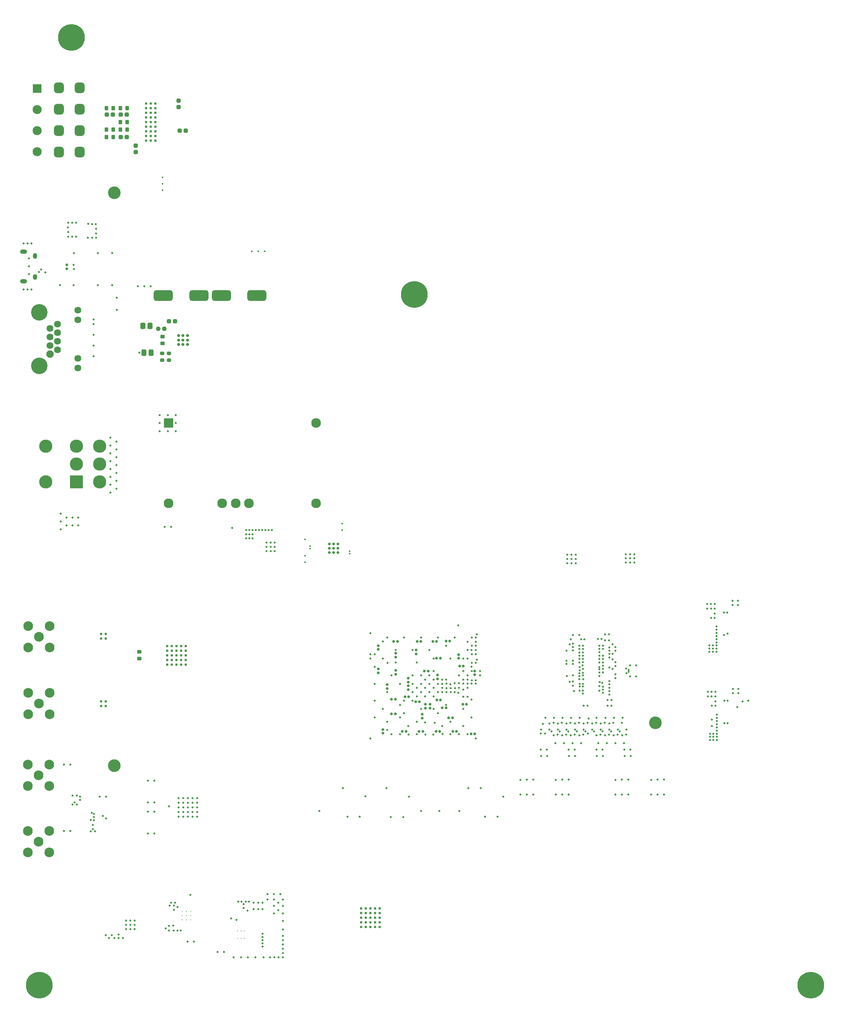
<source format=gbs>
G04*
G04 #@! TF.GenerationSoftware,Altium Limited,Altium Designer,23.4.1 (23)*
G04*
G04 Layer_Color=16711935*
%FSLAX44Y44*%
%MOMM*%
G71*
G04*
G04 #@! TF.SameCoordinates,CF21992F-A9CA-4C5A-8A3B-549160C445C6*
G04*
G04*
G04 #@! TF.FilePolarity,Negative*
G04*
G01*
G75*
%ADD91C,3.0000*%
G04:AMPARAMS|DCode=93|XSize=0.6096mm|YSize=0.6096mm|CornerRadius=0.2032mm|HoleSize=0mm|Usage=FLASHONLY|Rotation=180.000|XOffset=0mm|YOffset=0mm|HoleType=Round|Shape=RoundedRectangle|*
%AMROUNDEDRECTD93*
21,1,0.6096,0.2032,0,0,180.0*
21,1,0.2032,0.6096,0,0,180.0*
1,1,0.4064,-0.1016,0.1016*
1,1,0.4064,0.1016,0.1016*
1,1,0.4064,0.1016,-0.1016*
1,1,0.4064,-0.1016,-0.1016*
%
%ADD93ROUNDEDRECTD93*%
G04:AMPARAMS|DCode=94|XSize=0.6096mm|YSize=0.6096mm|CornerRadius=0.2032mm|HoleSize=0mm|Usage=FLASHONLY|Rotation=270.000|XOffset=0mm|YOffset=0mm|HoleType=Round|Shape=RoundedRectangle|*
%AMROUNDEDRECTD94*
21,1,0.6096,0.2032,0,0,270.0*
21,1,0.2032,0.6096,0,0,270.0*
1,1,0.4064,-0.1016,-0.1016*
1,1,0.4064,-0.1016,0.1016*
1,1,0.4064,0.1016,0.1016*
1,1,0.4064,0.1016,-0.1016*
%
%ADD94ROUNDEDRECTD94*%
G04:AMPARAMS|DCode=96|XSize=0.9906mm|YSize=0.889mm|CornerRadius=0.2043mm|HoleSize=0mm|Usage=FLASHONLY|Rotation=0.000|XOffset=0mm|YOffset=0mm|HoleType=Round|Shape=RoundedRectangle|*
%AMROUNDEDRECTD96*
21,1,0.9906,0.4803,0,0,0.0*
21,1,0.5819,0.8890,0,0,0.0*
1,1,0.4087,0.2910,-0.2402*
1,1,0.4087,-0.2910,-0.2402*
1,1,0.4087,-0.2910,0.2402*
1,1,0.4087,0.2910,0.2402*
%
%ADD96ROUNDEDRECTD96*%
G04:AMPARAMS|DCode=98|XSize=4.5016mm|YSize=2.6016mm|CornerRadius=0.6758mm|HoleSize=0mm|Usage=FLASHONLY|Rotation=0.000|XOffset=0mm|YOffset=0mm|HoleType=Round|Shape=RoundedRectangle|*
%AMROUNDEDRECTD98*
21,1,4.5016,1.2500,0,0,0.0*
21,1,3.1500,2.6016,0,0,0.0*
1,1,1.3516,1.5750,-0.6250*
1,1,1.3516,-1.5750,-0.6250*
1,1,1.3516,-1.5750,0.6250*
1,1,1.3516,1.5750,0.6250*
%
%ADD98ROUNDEDRECTD98*%
G04:AMPARAMS|DCode=99|XSize=0.9906mm|YSize=0.9652mm|CornerRadius=0.2019mm|HoleSize=0mm|Usage=FLASHONLY|Rotation=90.000|XOffset=0mm|YOffset=0mm|HoleType=Round|Shape=RoundedRectangle|*
%AMROUNDEDRECTD99*
21,1,0.9906,0.5613,0,0,90.0*
21,1,0.5867,0.9652,0,0,90.0*
1,1,0.4039,0.2807,0.2934*
1,1,0.4039,0.2807,-0.2934*
1,1,0.4039,-0.2807,-0.2934*
1,1,0.4039,-0.2807,0.2934*
%
%ADD99ROUNDEDRECTD99*%
G04:AMPARAMS|DCode=105|XSize=0.9906mm|YSize=0.9652mm|CornerRadius=0.2019mm|HoleSize=0mm|Usage=FLASHONLY|Rotation=180.000|XOffset=0mm|YOffset=0mm|HoleType=Round|Shape=RoundedRectangle|*
%AMROUNDEDRECTD105*
21,1,0.9906,0.5613,0,0,180.0*
21,1,0.5867,0.9652,0,0,180.0*
1,1,0.4039,-0.2934,0.2807*
1,1,0.4039,0.2934,0.2807*
1,1,0.4039,0.2934,-0.2807*
1,1,0.4039,-0.2934,-0.2807*
%
%ADD105ROUNDEDRECTD105*%
G04:AMPARAMS|DCode=109|XSize=0.9906mm|YSize=0.889mm|CornerRadius=0.2043mm|HoleSize=0mm|Usage=FLASHONLY|Rotation=270.000|XOffset=0mm|YOffset=0mm|HoleType=Round|Shape=RoundedRectangle|*
%AMROUNDEDRECTD109*
21,1,0.9906,0.4803,0,0,270.0*
21,1,0.5819,0.8890,0,0,270.0*
1,1,0.4087,-0.2402,-0.2910*
1,1,0.4087,-0.2402,0.2910*
1,1,0.4087,0.2402,0.2910*
1,1,0.4087,0.2402,-0.2910*
%
%ADD109ROUNDEDRECTD109*%
G04:AMPARAMS|DCode=125|XSize=0.9906mm|YSize=0.9652mm|CornerRadius=0.2797mm|HoleSize=0mm|Usage=FLASHONLY|Rotation=0.000|XOffset=0mm|YOffset=0mm|HoleType=Round|Shape=RoundedRectangle|*
%AMROUNDEDRECTD125*
21,1,0.9906,0.4059,0,0,0.0*
21,1,0.4313,0.9652,0,0,0.0*
1,1,0.5593,0.2157,-0.2030*
1,1,0.5593,-0.2157,-0.2030*
1,1,0.5593,-0.2157,0.2030*
1,1,0.5593,0.2157,0.2030*
%
%ADD125ROUNDEDRECTD125*%
%ADD137C,2.2990*%
%ADD153C,6.3400*%
%ADD154C,3.9116*%
G04:AMPARAMS|DCode=155|XSize=1.6256mm|YSize=1.6256mm|CornerRadius=0mm|HoleSize=0mm|Usage=FLASHONLY|Rotation=270.000|XOffset=0mm|YOffset=0mm|HoleType=Round|Shape=Octagon|*
%AMOCTAGOND155*
4,1,8,-0.4064,-0.8128,0.4064,-0.8128,0.8128,-0.4064,0.8128,0.4064,0.4064,0.8128,-0.4064,0.8128,-0.8128,0.4064,-0.8128,-0.4064,-0.4064,-0.8128,0.0*
%
%ADD155OCTAGOND155*%

%ADD156C,1.6256*%
%ADD157C,2.3016*%
%ADD158C,0.7016*%
%ADD159C,3.1372*%
%ADD160C,3.1400*%
%ADD161R,3.1400X3.1400*%
%ADD162R,2.2990X2.2990*%
G04:AMPARAMS|DCode=163|XSize=1.35mm|YSize=1.05mm|CornerRadius=0.525mm|HoleSize=0mm|Usage=FLASHONLY|Rotation=270.000|XOffset=0mm|YOffset=0mm|HoleType=Round|Shape=RoundedRectangle|*
%AMROUNDEDRECTD163*
21,1,1.3500,0.0000,0,0,270.0*
21,1,0.3000,1.0500,0,0,270.0*
1,1,1.0500,0.0000,-0.1500*
1,1,1.0500,0.0000,0.1500*
1,1,1.0500,0.0000,0.1500*
1,1,1.0500,0.0000,-0.1500*
%
%ADD163ROUNDEDRECTD163*%
G04:AMPARAMS|DCode=164|XSize=1.05mm|YSize=1.65mm|CornerRadius=0.525mm|HoleSize=0mm|Usage=FLASHONLY|Rotation=270.000|XOffset=0mm|YOffset=0mm|HoleType=Round|Shape=RoundedRectangle|*
%AMROUNDEDRECTD164*
21,1,1.0500,0.6000,0,0,270.0*
21,1,0.0000,1.6500,0,0,270.0*
1,1,1.0500,-0.3000,0.0000*
1,1,1.0500,-0.3000,0.0000*
1,1,1.0500,0.3000,0.0000*
1,1,1.0500,0.3000,0.0000*
%
%ADD164ROUNDEDRECTD164*%
%ADD165C,2.1450*%
%ADD166R,2.1450X2.1450*%
%ADD167C,0.4826*%
%ADD168C,0.4318*%
%ADD169C,0.6604*%
%ADD170C,0.6016*%
%ADD171C,0.3000*%
G04:AMPARAMS|DCode=251|XSize=0.79mm|YSize=0.99mm|CornerRadius=0.2325mm|HoleSize=0mm|Usage=FLASHONLY|Rotation=90.000|XOffset=0mm|YOffset=0mm|HoleType=Round|Shape=RoundedRectangle|*
%AMROUNDEDRECTD251*
21,1,0.7900,0.5250,0,0,90.0*
21,1,0.3250,0.9900,0,0,90.0*
1,1,0.4650,0.2625,0.1625*
1,1,0.4650,0.2625,-0.1625*
1,1,0.4650,-0.2625,-0.1625*
1,1,0.4650,-0.2625,0.1625*
%
%ADD251ROUNDEDRECTD251*%
G04:AMPARAMS|DCode=252|XSize=2.4632mm|YSize=2.3632mm|CornerRadius=0.6416mm|HoleSize=0mm|Usage=FLASHONLY|Rotation=270.000|XOffset=0mm|YOffset=0mm|HoleType=Round|Shape=RoundedRectangle|*
%AMROUNDEDRECTD252*
21,1,2.4632,1.0800,0,0,270.0*
21,1,1.1800,2.3632,0,0,270.0*
1,1,1.2832,-0.5400,-0.5900*
1,1,1.2832,-0.5400,0.5900*
1,1,1.2832,0.5400,0.5900*
1,1,1.2832,0.5400,-0.5900*
%
%ADD252ROUNDEDRECTD252*%
G04:AMPARAMS|DCode=253|XSize=1.4986mm|YSize=1.1938mm|CornerRadius=0.2529mm|HoleSize=0mm|Usage=FLASHONLY|Rotation=90.000|XOffset=0mm|YOffset=0mm|HoleType=Round|Shape=RoundedRectangle|*
%AMROUNDEDRECTD253*
21,1,1.4986,0.6881,0,0,90.0*
21,1,0.9929,1.1938,0,0,90.0*
1,1,0.5057,0.3440,0.4964*
1,1,0.5057,0.3440,-0.4964*
1,1,0.5057,-0.3440,-0.4964*
1,1,0.5057,-0.3440,0.4964*
%
%ADD253ROUNDEDRECTD253*%
D91*
X228600Y1930400D02*
D03*
Y571500D02*
D03*
X1511300Y673100D02*
D03*
D93*
X1045464Y826389D02*
D03*
Y835279D02*
D03*
X854710Y800989D02*
D03*
Y792099D02*
D03*
X995426Y777621D02*
D03*
Y786511D02*
D03*
X875792Y754761D02*
D03*
Y763651D02*
D03*
X896112Y788797D02*
D03*
Y797687D02*
D03*
X944372Y845693D02*
D03*
Y836803D02*
D03*
X896112Y838327D02*
D03*
Y829437D02*
D03*
X1083056Y796417D02*
D03*
Y787527D02*
D03*
X959104Y684657D02*
D03*
Y693547D02*
D03*
X977138Y708279D02*
D03*
Y717169D02*
D03*
X925830Y770001D02*
D03*
Y778891D02*
D03*
X865881Y648589D02*
D03*
Y657479D02*
D03*
X854710Y847471D02*
D03*
Y856361D02*
D03*
X925830Y761111D02*
D03*
Y752221D02*
D03*
X966216Y708279D02*
D03*
Y717169D02*
D03*
X116263Y1759486D02*
D03*
Y1750596D02*
D03*
D94*
X1030326Y685575D02*
D03*
X1021436D02*
D03*
X1040384Y653034D02*
D03*
X1031494D02*
D03*
X895223Y728980D02*
D03*
X886333D02*
D03*
X1002157Y727456D02*
D03*
X993267D02*
D03*
X917829Y734822D02*
D03*
X926719D02*
D03*
X1024255Y867664D02*
D03*
X1015365D02*
D03*
X900303Y866394D02*
D03*
X891413D02*
D03*
X955421Y866648D02*
D03*
X946531D02*
D03*
X992759D02*
D03*
X983869D02*
D03*
X1056513Y807974D02*
D03*
X1047623D02*
D03*
X992759Y826262D02*
D03*
X1001649D02*
D03*
X943229Y723646D02*
D03*
X952119D02*
D03*
X1000307Y653034D02*
D03*
X991417D02*
D03*
X960374D02*
D03*
X951484D02*
D03*
X1063879Y717296D02*
D03*
X1054989D02*
D03*
X920307Y653034D02*
D03*
X911417D02*
D03*
X1083437Y647446D02*
D03*
X1074547D02*
D03*
X1015111Y708914D02*
D03*
X1006221D02*
D03*
X972947Y795782D02*
D03*
X964057D02*
D03*
X895223Y694182D02*
D03*
X886333D02*
D03*
D96*
X342900Y1573149D02*
D03*
Y1589151D02*
D03*
X288544Y842137D02*
D03*
Y826135D02*
D03*
D98*
X482600Y1686933D02*
D03*
X566600D02*
D03*
X345260Y1686560D02*
D03*
X429260D02*
D03*
D99*
X279400Y2027047D02*
D03*
Y2042033D02*
D03*
X381000Y2148713D02*
D03*
Y2133727D02*
D03*
D105*
X358267Y1625600D02*
D03*
X373253D02*
D03*
X243967Y2062480D02*
D03*
X258953D02*
D03*
X225933Y2115820D02*
D03*
X210947D02*
D03*
X258953D02*
D03*
X243967D02*
D03*
X383667Y2077720D02*
D03*
X398653D02*
D03*
D109*
X243459Y2131060D02*
D03*
X259461D02*
D03*
X210439D02*
D03*
X226441D02*
D03*
X259461Y2080260D02*
D03*
X243459D02*
D03*
X226441D02*
D03*
X210439D02*
D03*
X226441Y2062480D02*
D03*
X210439D02*
D03*
X259461Y2098040D02*
D03*
X243459D02*
D03*
D125*
X332867Y1607820D02*
D03*
X347853D02*
D03*
D137*
X707177Y1384300D02*
D03*
Y1193800D02*
D03*
X548427D02*
D03*
X516677D02*
D03*
X484927D02*
D03*
X357927D02*
D03*
D153*
X939800Y1689100D02*
D03*
X127000Y2298700D02*
D03*
X1879600Y50800D02*
D03*
X50800D02*
D03*
D154*
X51048Y1519711D02*
D03*
Y1646711D02*
D03*
D155*
X76448Y1547651D02*
D03*
D156*
Y1567971D02*
D03*
Y1588291D02*
D03*
Y1608611D02*
D03*
X94228Y1557811D02*
D03*
Y1578131D02*
D03*
Y1598451D02*
D03*
Y1618771D02*
D03*
X142488Y1514631D02*
D03*
Y1628931D02*
D03*
Y1651791D02*
D03*
Y1537491D02*
D03*
D157*
X49112Y548640D02*
D03*
X74512Y523240D02*
D03*
X23712D02*
D03*
Y574040D02*
D03*
X74512D02*
D03*
X49112Y391321D02*
D03*
X74512Y365921D02*
D03*
X23712D02*
D03*
Y416721D02*
D03*
X74512D02*
D03*
X75861Y744351D02*
D03*
X25061D02*
D03*
Y693551D02*
D03*
X75861D02*
D03*
X50461Y718951D02*
D03*
X75861Y902491D02*
D03*
X25061D02*
D03*
Y851691D02*
D03*
X75861D02*
D03*
X50461Y877091D02*
D03*
D158*
X402400Y1570450D02*
D03*
X391700D02*
D03*
X381000D02*
D03*
X402400Y1581150D02*
D03*
X391700D02*
D03*
X381000D02*
D03*
X402400Y1591850D02*
D03*
X391700D02*
D03*
X381000D02*
D03*
D159*
X66288Y1245211D02*
D03*
Y1329211D02*
D03*
D160*
X194288D02*
D03*
Y1287211D02*
D03*
Y1245211D02*
D03*
X139288Y1329211D02*
D03*
Y1287211D02*
D03*
D161*
Y1245211D02*
D03*
D162*
X357927Y1384300D02*
D03*
D163*
X40888Y1730781D02*
D03*
Y1780781D02*
D03*
D164*
X13888Y1720781D02*
D03*
Y1790781D02*
D03*
D165*
X45720Y2028120D02*
D03*
Y2078120D02*
D03*
Y2128120D02*
D03*
D166*
Y2178120D02*
D03*
D167*
X876300Y815890D02*
D03*
X1441958Y801705D02*
D03*
X1442763Y790679D02*
D03*
X1447800Y798864D02*
D03*
Y794292D02*
D03*
X166778Y1856640D02*
D03*
X176180Y1856539D02*
D03*
X185320Y1856439D02*
D03*
X185334Y1845499D02*
D03*
X185546Y1834559D02*
D03*
X185420Y1823620D02*
D03*
X166677D02*
D03*
X176080D02*
D03*
X128720Y1859380D02*
D03*
X138123D02*
D03*
X119380D02*
D03*
X119254Y1848441D02*
D03*
X119466Y1837501D02*
D03*
X119480Y1826561D02*
D03*
X128620Y1826461D02*
D03*
X138022Y1826360D02*
D03*
X1340042Y765586D02*
D03*
X1332030Y765649D02*
D03*
X1340064Y759502D02*
D03*
X1331925Y760059D02*
D03*
X1076464Y773689D02*
D03*
X1085530Y766629D02*
D03*
X1402334Y671830D02*
D03*
X1382014D02*
D03*
X1361694D02*
D03*
X1341374D02*
D03*
X1321054D02*
D03*
X1300734D02*
D03*
X1280414D02*
D03*
X1260486D02*
D03*
X1270023Y643890D02*
D03*
X1290574D02*
D03*
X1311031D02*
D03*
X1331214D02*
D03*
X1371854D02*
D03*
X1392312D02*
D03*
X1412632D02*
D03*
X1432814D02*
D03*
X845881Y806045D02*
D03*
X179418Y1630455D02*
D03*
X235198Y1653061D02*
D03*
X235016Y1681835D02*
D03*
X288598Y1551615D02*
D03*
X179418Y1593950D02*
D03*
X179518Y1568550D02*
D03*
X179619Y1542979D02*
D03*
X835881Y826133D02*
D03*
Y836133D02*
D03*
X845881D02*
D03*
X179518Y1619350D02*
D03*
X1043940Y904240D02*
D03*
X1150620Y498027D02*
D03*
X1046480Y464348D02*
D03*
X999242Y463967D02*
D03*
X956062D02*
D03*
X714762D02*
D03*
X965876Y674534D02*
D03*
X926643Y645301D02*
D03*
X1006746Y646910D02*
D03*
X988615Y673329D02*
D03*
X966643Y645301D02*
D03*
X770719Y518214D02*
D03*
X810719Y450714D02*
D03*
X781374D02*
D03*
X927100Y498027D02*
D03*
X1107935Y450911D02*
D03*
X1137280D02*
D03*
X1097280Y518411D02*
D03*
X1067935D02*
D03*
X884488Y449580D02*
D03*
X913832D02*
D03*
X824234Y498681D02*
D03*
X873760Y518411D02*
D03*
X985113Y645296D02*
D03*
X915881Y726124D02*
D03*
X1351280Y647700D02*
D03*
X1239520D02*
D03*
X1244600Y670560D02*
D03*
X1249680Y647700D02*
D03*
X1531557Y538416D02*
D03*
X1516317Y538353D02*
D03*
X1501077Y538289D02*
D03*
Y502793D02*
D03*
X1516317Y502856D02*
D03*
X1531557Y502920D02*
D03*
X1447556Y538416D02*
D03*
X1432316Y538353D02*
D03*
X1417077Y538289D02*
D03*
Y502793D02*
D03*
X1432316Y502856D02*
D03*
X1447556Y502920D02*
D03*
X1305677Y538416D02*
D03*
X1290437Y538353D02*
D03*
X1275197Y538289D02*
D03*
Y502793D02*
D03*
X1290437Y502856D02*
D03*
X1305677Y502920D02*
D03*
X1221676D02*
D03*
X1206436Y502856D02*
D03*
X1191197Y502793D02*
D03*
Y538289D02*
D03*
X1206436Y538353D02*
D03*
X1221676Y538416D02*
D03*
X1438275Y609600D02*
D03*
X1452245D02*
D03*
X1372235D02*
D03*
X1386205D02*
D03*
X1306195D02*
D03*
X1320165D02*
D03*
X1254125D02*
D03*
X1240155D02*
D03*
X1407417Y727555D02*
D03*
Y713585D02*
D03*
X1341617D02*
D03*
X1308116Y770590D02*
D03*
X1301623Y784411D02*
D03*
X1301115Y820933D02*
D03*
Y844043D02*
D03*
X1392555Y869315D02*
D03*
X1401445D02*
D03*
X1392555Y883285D02*
D03*
X1409700Y837148D02*
D03*
X1416685Y844133D02*
D03*
Y808319D02*
D03*
X1409700Y801334D02*
D03*
X1416685Y788197D02*
D03*
X1301115Y813060D02*
D03*
X1308100Y859918D02*
D03*
X1350508Y713585D02*
D03*
X1398527D02*
D03*
Y727555D02*
D03*
X1416685Y779307D02*
D03*
X1409700Y824194D02*
D03*
X1416685Y817209D02*
D03*
Y853023D02*
D03*
X1409700Y860008D02*
D03*
X1401445Y883285D02*
D03*
X1310640Y871220D02*
D03*
X1315720Y881409D02*
D03*
X1331371D02*
D03*
X1331962Y797952D02*
D03*
X1402683Y740377D02*
D03*
Y748377D02*
D03*
X1353488Y683200D02*
D03*
X1451293Y809561D02*
D03*
X1465643Y809688D02*
D03*
X1451293Y783625D02*
D03*
X1465643Y783752D02*
D03*
X1442963Y657225D02*
D03*
X1240960Y657184D02*
D03*
X1260337Y657225D02*
D03*
X1280403D02*
D03*
X1300723D02*
D03*
X1321043D02*
D03*
X1341363D02*
D03*
X1361683D02*
D03*
X1382003D02*
D03*
X1402323D02*
D03*
X1422643D02*
D03*
X1433683Y685158D02*
D03*
X1413181Y685347D02*
D03*
X1393326Y685185D02*
D03*
X1372339Y685050D02*
D03*
X1331982Y685508D02*
D03*
X1311696Y685158D02*
D03*
X1291356Y685185D02*
D03*
X1271304Y685148D02*
D03*
X1250568Y685185D02*
D03*
X1452912Y594646D02*
D03*
X1438561Y594519D02*
D03*
X1386872Y594646D02*
D03*
X1372521Y594519D02*
D03*
X1320832Y594646D02*
D03*
X1306481Y594519D02*
D03*
X1240409Y594487D02*
D03*
X1254760Y594614D02*
D03*
X1274458Y624713D02*
D03*
X1295146Y624840D02*
D03*
X1315466D02*
D03*
X1335786D02*
D03*
X1376426Y624713D02*
D03*
X1396746Y624840D02*
D03*
X1417066D02*
D03*
X1437386D02*
D03*
X1427226Y652780D02*
D03*
X1406906D02*
D03*
X1386586D02*
D03*
X1366266D02*
D03*
X1345946D02*
D03*
X1325626D02*
D03*
X1305306D02*
D03*
X1284986D02*
D03*
X1264920D02*
D03*
X1442328Y645160D02*
D03*
X1422009D02*
D03*
X1401689D02*
D03*
X1381369D02*
D03*
X1340728D02*
D03*
X1320408D02*
D03*
X1300089D02*
D03*
X1279538D02*
D03*
X1432168Y673100D02*
D03*
X1411848D02*
D03*
X1391528D02*
D03*
X1371208D02*
D03*
X1350889D02*
D03*
X1330569D02*
D03*
X1310249D02*
D03*
X1289928D02*
D03*
X1270000D02*
D03*
X1402683Y772377D02*
D03*
X1378971Y784578D02*
D03*
X1386752Y758810D02*
D03*
X1387283Y751689D02*
D03*
X1385293Y768269D02*
D03*
X1402683Y756377D02*
D03*
X1316285Y761366D02*
D03*
X1331559Y784460D02*
D03*
X1331651Y790810D02*
D03*
X1339202Y809859D02*
D03*
X1315720Y771752D02*
D03*
X1379202Y769859D02*
D03*
X1086077Y773689D02*
D03*
X1075881Y766192D02*
D03*
X1339342Y791665D02*
D03*
X1332388Y805450D02*
D03*
X1339342Y801000D02*
D03*
X1378983Y800498D02*
D03*
X1339342Y816981D02*
D03*
X1378294Y805017D02*
D03*
X1315720Y813060D02*
D03*
X1075881Y728731D02*
D03*
X1036077Y746045D02*
D03*
X1044606Y744361D02*
D03*
X1066077Y756006D02*
D03*
X1025424Y764676D02*
D03*
X1016077Y766567D02*
D03*
X1015528Y776207D02*
D03*
X1339342Y785590D02*
D03*
X1315720Y786379D02*
D03*
X1016077Y746045D02*
D03*
X1055988Y796270D02*
D03*
X1095674Y795956D02*
D03*
X1076077D02*
D03*
X1315720Y821060D02*
D03*
X1331342Y816488D02*
D03*
X1006077Y756133D02*
D03*
X1005862Y766045D02*
D03*
X1036970Y755152D02*
D03*
X1045881Y786045D02*
D03*
X1006058Y745956D02*
D03*
X1036077Y767374D02*
D03*
X1046276Y766925D02*
D03*
X1339812Y742427D02*
D03*
X1318206Y748538D02*
D03*
X1046373Y756271D02*
D03*
X1026245Y755652D02*
D03*
X1026077Y746045D02*
D03*
X1056077Y752484D02*
D03*
X1055862Y766567D02*
D03*
X1066077D02*
D03*
X1378355Y749549D02*
D03*
X1332048D02*
D03*
X1340048D02*
D03*
X1016058Y755848D02*
D03*
X1066077Y775956D02*
D03*
X1386971Y792578D02*
D03*
Y801214D02*
D03*
X1056077Y735579D02*
D03*
X1066454D02*
D03*
X1378971Y760578D02*
D03*
X1095674Y785956D02*
D03*
X1066077D02*
D03*
X1340965Y776340D02*
D03*
X1331342Y776488D02*
D03*
X1056077Y775956D02*
D03*
X1088394Y823640D02*
D03*
X1331342Y832488D02*
D03*
X1315720Y845060D02*
D03*
X1086077Y835956D02*
D03*
X1315720Y853060D02*
D03*
X1066077Y825956D02*
D03*
X1076077Y835956D02*
D03*
X1331342Y824488D02*
D03*
X1339342D02*
D03*
X1331342Y840488D02*
D03*
X1335543Y871680D02*
D03*
X1343543D02*
D03*
X1088541Y883384D02*
D03*
X1331342Y848488D02*
D03*
X1086077Y865956D02*
D03*
Y875956D02*
D03*
X1378971Y792578D02*
D03*
Y848578D02*
D03*
Y856578D02*
D03*
X1315720Y861060D02*
D03*
X1006077Y776045D02*
D03*
X996077Y746045D02*
D03*
Y766045D02*
D03*
X1076077Y815956D02*
D03*
X1086077D02*
D03*
Y845956D02*
D03*
X1066077D02*
D03*
X1076077Y855956D02*
D03*
X1066077Y865956D02*
D03*
X1076077Y875956D02*
D03*
X1402683Y852377D02*
D03*
X1386971Y848578D02*
D03*
X1402683Y844377D02*
D03*
Y836377D02*
D03*
Y828377D02*
D03*
Y804377D02*
D03*
Y764377D02*
D03*
X1386971Y744578D02*
D03*
Y808578D02*
D03*
Y816578D02*
D03*
X1378971D02*
D03*
X1386971Y824578D02*
D03*
X1378971D02*
D03*
X1386971Y832578D02*
D03*
X1378971D02*
D03*
Y840578D02*
D03*
X1386971Y856578D02*
D03*
X1383543Y872200D02*
D03*
X1375543D02*
D03*
X1339342Y832488D02*
D03*
Y840488D02*
D03*
Y848488D02*
D03*
Y856488D02*
D03*
X1331342D02*
D03*
X1086077Y855956D02*
D03*
X1075881Y846045D02*
D03*
X1656080Y879235D02*
D03*
Y871743D02*
D03*
Y886727D02*
D03*
Y864251D02*
D03*
Y856759D02*
D03*
X1647836Y849268D02*
D03*
X1639592Y856759D02*
D03*
X1656080Y841776D02*
D03*
Y849268D02*
D03*
X1639592D02*
D03*
Y841776D02*
D03*
X1647836D02*
D03*
Y856759D02*
D03*
X1634522Y944440D02*
D03*
X1643451D02*
D03*
X1643844Y922349D02*
D03*
X1652302D02*
D03*
Y932509D02*
D03*
Y944440D02*
D03*
Y955369D02*
D03*
X1643264D02*
D03*
X1634522D02*
D03*
X257070Y204180D02*
D03*
Y194180D02*
D03*
Y184180D02*
D03*
X267070D02*
D03*
Y194180D02*
D03*
Y204180D02*
D03*
X277070D02*
D03*
Y194180D02*
D03*
Y184180D02*
D03*
X540931Y1111191D02*
D03*
X556171D02*
D03*
X589351Y1080871D02*
D03*
X599351D02*
D03*
X609351D02*
D03*
Y1090871D02*
D03*
X599351D02*
D03*
X589351D02*
D03*
Y1100871D02*
D03*
X599351D02*
D03*
X609351D02*
D03*
X508000Y1135380D02*
D03*
X556260Y1120745D02*
D03*
X548640D02*
D03*
X601980Y1130300D02*
D03*
X594360D02*
D03*
X586740D02*
D03*
X579120D02*
D03*
X571500D02*
D03*
X563880D02*
D03*
X556260Y1130300D02*
D03*
X548640D02*
D03*
X541020D02*
D03*
Y1120745D02*
D03*
X548640Y1111191D02*
D03*
X1649084Y647444D02*
D03*
Y632460D02*
D03*
X1640840D02*
D03*
X1731900Y725670D02*
D03*
X1718253Y724267D02*
D03*
X1705234Y710677D02*
D03*
X1635760Y746760D02*
D03*
X1644501D02*
D03*
X1653540D02*
D03*
Y735831D02*
D03*
Y723900D02*
D03*
Y713740D02*
D03*
X1645081D02*
D03*
X1640840Y639952D02*
D03*
X1657328D02*
D03*
Y632460D02*
D03*
X1640840Y647444D02*
D03*
X1649084Y639952D02*
D03*
X1657328Y647444D02*
D03*
X1645081Y680720D02*
D03*
Y665480D02*
D03*
X1657328Y654936D02*
D03*
X1695428Y753611D02*
D03*
X1708128D02*
D03*
X1675108Y672331D02*
D03*
X1682728D02*
D03*
X1657328Y685031D02*
D03*
Y692651D02*
D03*
Y677411D02*
D03*
Y662427D02*
D03*
Y669919D02*
D03*
X1644688Y735831D02*
D03*
X1635760D02*
D03*
X1708128Y743451D02*
D03*
X1695428D02*
D03*
X1682728Y725671D02*
D03*
X1675108D02*
D03*
X1322880Y1072098D02*
D03*
X1312880D02*
D03*
X1302880D02*
D03*
Y1062098D02*
D03*
X1312880D02*
D03*
X1322880D02*
D03*
Y1052098D02*
D03*
X1312880D02*
D03*
X1302880D02*
D03*
X1461310Y1073368D02*
D03*
X1451310D02*
D03*
X1441310D02*
D03*
Y1063368D02*
D03*
X1451310D02*
D03*
X1461310D02*
D03*
Y1053368D02*
D03*
X1451310D02*
D03*
X1441310D02*
D03*
X50038Y1742781D02*
D03*
X65098Y1741781D02*
D03*
X55020Y1749031D02*
D03*
X222686Y169829D02*
D03*
X238879Y171572D02*
D03*
X209004Y169829D02*
D03*
X215900Y163180D02*
D03*
X228600D02*
D03*
X238879D02*
D03*
X248967D02*
D03*
X350520Y185420D02*
D03*
X358140Y191389D02*
D03*
X368749Y192709D02*
D03*
X358140Y180340D02*
D03*
X369208Y180360D02*
D03*
X378460Y180340D02*
D03*
X386080D02*
D03*
X378460Y236220D02*
D03*
X360578Y240021D02*
D03*
X369951Y239999D02*
D03*
Y229927D02*
D03*
X363220Y246739D02*
D03*
X372838D02*
D03*
X617220Y246649D02*
D03*
Y228600D02*
D03*
X607060Y220980D02*
D03*
Y238760D02*
D03*
Y254000D02*
D03*
X591820D02*
D03*
X622300Y266700D02*
D03*
X607060D02*
D03*
X591820D02*
D03*
X628206Y254000D02*
D03*
Y238760D02*
D03*
Y220980D02*
D03*
Y203200D02*
D03*
Y182880D02*
D03*
X518160Y205740D02*
D03*
X506166Y208978D02*
D03*
X582777Y116989D02*
D03*
X563136D02*
D03*
X545429D02*
D03*
X529166D02*
D03*
X511821D02*
D03*
X569786Y246649D02*
D03*
Y231409D02*
D03*
X579946Y142509D02*
D03*
Y150129D02*
D03*
Y157749D02*
D03*
Y165369D02*
D03*
Y172989D02*
D03*
X628206Y167909D02*
D03*
Y157749D02*
D03*
Y147589D02*
D03*
Y137429D02*
D03*
Y127269D02*
D03*
Y117109D02*
D03*
X618046D02*
D03*
X607886D02*
D03*
X598166D02*
D03*
X559499Y231409D02*
D03*
Y246649D02*
D03*
X580073Y231409D02*
D03*
Y246649D02*
D03*
X473266Y129428D02*
D03*
X488506D02*
D03*
X522796Y249189D02*
D03*
X530416D02*
D03*
X548196D02*
D03*
X540576D02*
D03*
X535496Y242839D02*
D03*
Y233949D02*
D03*
X544386Y227599D02*
D03*
X425385Y494870D02*
D03*
Y483870D02*
D03*
Y472870D02*
D03*
Y461870D02*
D03*
Y450870D02*
D03*
X414385Y494870D02*
D03*
Y483870D02*
D03*
Y472870D02*
D03*
Y461870D02*
D03*
Y450870D02*
D03*
X403385Y494870D02*
D03*
Y483870D02*
D03*
Y472870D02*
D03*
Y461870D02*
D03*
Y450870D02*
D03*
X392385Y494870D02*
D03*
Y483870D02*
D03*
Y472870D02*
D03*
Y461870D02*
D03*
Y450870D02*
D03*
X381385Y494870D02*
D03*
Y483870D02*
D03*
Y472870D02*
D03*
Y461870D02*
D03*
Y450870D02*
D03*
X408940Y265399D02*
D03*
X417562Y154323D02*
D03*
X402322D02*
D03*
X358648Y475488D02*
D03*
X134541Y484652D02*
D03*
X129461Y479572D02*
D03*
X139621D02*
D03*
X129540Y500380D02*
D03*
X139700D02*
D03*
X147320Y497840D02*
D03*
Y490220D02*
D03*
X182801Y416072D02*
D03*
X172641D02*
D03*
X177721Y421152D02*
D03*
Y431312D02*
D03*
X201512Y452120D02*
D03*
X175260Y459740D02*
D03*
X180340Y457200D02*
D03*
Y449580D02*
D03*
Y441960D02*
D03*
X172720Y443120D02*
D03*
X308192Y411099D02*
D03*
X323432D02*
D03*
X209132Y446659D02*
D03*
X308192Y462661D02*
D03*
X323432D02*
D03*
X124931Y574040D02*
D03*
X109691D02*
D03*
X124931Y416721D02*
D03*
X109691D02*
D03*
X193892Y498221D02*
D03*
X209132D02*
D03*
X308192Y536321D02*
D03*
X323432D02*
D03*
X308192Y484759D02*
D03*
X323432D02*
D03*
X374650Y1384300D02*
D03*
X355600Y1403350D02*
D03*
X336550D02*
D03*
Y1384300D02*
D03*
Y1365250D02*
D03*
X355600D02*
D03*
X374650D02*
D03*
Y1403350D02*
D03*
X363220Y1138555D02*
D03*
X347980D02*
D03*
X132774Y1759210D02*
D03*
X133117Y1749581D02*
D03*
X189858Y1787480D02*
D03*
X223768Y1787881D02*
D03*
Y1711681D02*
D03*
X189858Y1711280D02*
D03*
X133218Y1787881D02*
D03*
X132328Y1711481D02*
D03*
X100578D02*
D03*
X23256Y1810241D02*
D03*
X32480D02*
D03*
X13888D02*
D03*
Y1701321D02*
D03*
X32480D02*
D03*
X23256D02*
D03*
X26918Y1774531D02*
D03*
Y1755938D02*
D03*
Y1737346D02*
D03*
X143758Y1160301D02*
D03*
Y1141708D02*
D03*
X129788Y1160301D02*
D03*
Y1141708D02*
D03*
X101848Y1169440D02*
D03*
Y1150847D02*
D03*
Y1132255D02*
D03*
X115818Y1141708D02*
D03*
Y1160301D02*
D03*
X233928Y1340392D02*
D03*
Y1321799D02*
D03*
Y1303207D02*
D03*
Y1284614D02*
D03*
Y1266022D02*
D03*
Y1247429D02*
D03*
Y1228837D02*
D03*
X219958Y1219383D02*
D03*
Y1237976D02*
D03*
Y1256568D02*
D03*
Y1275161D02*
D03*
Y1293753D02*
D03*
Y1312346D02*
D03*
Y1330938D02*
D03*
Y1349531D02*
D03*
X300385Y1708533D02*
D03*
X285145D02*
D03*
X315625D02*
D03*
X875862Y656045D02*
D03*
X945862Y646045D02*
D03*
X915862Y696045D02*
D03*
X905862Y646045D02*
D03*
X925862Y666045D02*
D03*
X955862Y706045D02*
D03*
X995862Y696045D02*
D03*
X1005862Y666045D02*
D03*
X1025881Y646045D02*
D03*
X1065881D02*
D03*
X835881Y886045D02*
D03*
X865881Y826045D02*
D03*
Y866045D02*
D03*
X875881Y876045D02*
D03*
X895881Y846045D02*
D03*
X915881Y876045D02*
D03*
X955881D02*
D03*
X995881D02*
D03*
X1055881Y826045D02*
D03*
X1025881D02*
D03*
X935881Y786045D02*
D03*
X955881D02*
D03*
X965881Y776045D02*
D03*
X975881Y786045D02*
D03*
X985881Y776045D02*
D03*
Y796045D02*
D03*
X845881Y766045D02*
D03*
X835881Y636045D02*
D03*
X885881Y646045D02*
D03*
X875881Y676045D02*
D03*
X845881Y686045D02*
D03*
Y726045D02*
D03*
X865881Y706045D02*
D03*
X875881Y746045D02*
D03*
X905881Y716045D02*
D03*
Y686045D02*
D03*
X945881Y676045D02*
D03*
X1045881Y646045D02*
D03*
X1085881Y636045D02*
D03*
X985881Y706045D02*
D03*
X1015881Y716045D02*
D03*
X1025881Y676045D02*
D03*
X1055881Y666045D02*
D03*
X1075881Y686045D02*
D03*
X1055881Y706045D02*
D03*
X1075881Y806045D02*
D03*
X1035881Y876045D02*
D03*
X1015881Y856045D02*
D03*
X985881Y826045D02*
D03*
X975881Y846045D02*
D03*
X935881D02*
D03*
X945881Y816045D02*
D03*
X895881D02*
D03*
X885881Y786045D02*
D03*
X905881Y766045D02*
D03*
X965862Y756045D02*
D03*
X935862Y766045D02*
D03*
X945862Y756045D02*
D03*
X935862Y746045D02*
D03*
X945862Y736045D02*
D03*
X935862Y726045D02*
D03*
X955862Y766045D02*
D03*
X975862Y746045D02*
D03*
X985862Y736045D02*
D03*
X965862D02*
D03*
X955862Y746045D02*
D03*
X975862Y766045D02*
D03*
X985862Y756045D02*
D03*
X1673860Y934720D02*
D03*
X1681480D02*
D03*
X1694180Y952500D02*
D03*
X1706880D02*
D03*
X1656080Y901700D02*
D03*
Y894080D02*
D03*
X1682750Y885113D02*
D03*
X1673860Y881380D02*
D03*
X1706880Y962660D02*
D03*
X1694180D02*
D03*
D168*
X693039Y1092849D02*
D03*
Y1086499D02*
D03*
X681062Y1108964D02*
D03*
Y1069594D02*
D03*
Y1054354D02*
D03*
X786892Y1074674D02*
D03*
Y1081024D02*
D03*
X769112Y1145794D02*
D03*
Y1130554D02*
D03*
X569788Y1791649D02*
D03*
X585028D02*
D03*
X554548D02*
D03*
X343168Y1936779D02*
D03*
Y1967259D02*
D03*
Y1952019D02*
D03*
D169*
X758792Y1077374D02*
D03*
Y1087374D02*
D03*
Y1097374D02*
D03*
X748792D02*
D03*
Y1087374D02*
D03*
Y1077374D02*
D03*
X738792D02*
D03*
Y1087374D02*
D03*
Y1097374D02*
D03*
D170*
X197700Y712812D02*
D03*
Y723812D02*
D03*
X208700Y712812D02*
D03*
Y723812D02*
D03*
X208880Y884380D02*
D03*
Y873380D02*
D03*
X197880Y884380D02*
D03*
Y873380D02*
D03*
X813660Y233041D02*
D03*
X824660D02*
D03*
X835660D02*
D03*
X846660D02*
D03*
X857660D02*
D03*
X813660Y222041D02*
D03*
X824660D02*
D03*
X835660D02*
D03*
X846660D02*
D03*
X857660D02*
D03*
X813660Y211041D02*
D03*
X824660D02*
D03*
X835660D02*
D03*
X846660D02*
D03*
X857660D02*
D03*
X813660Y200041D02*
D03*
X824660D02*
D03*
X835660D02*
D03*
X846660D02*
D03*
X857660D02*
D03*
X813660Y189041D02*
D03*
X824660D02*
D03*
X835660D02*
D03*
X846660D02*
D03*
X857660D02*
D03*
X325960Y2054040D02*
D03*
X314960D02*
D03*
X303960D02*
D03*
X325960Y2065040D02*
D03*
X314960D02*
D03*
X303960D02*
D03*
X325960Y2076040D02*
D03*
X314960D02*
D03*
X303960D02*
D03*
X325960Y2087040D02*
D03*
X314960D02*
D03*
X303960D02*
D03*
X325960Y2098040D02*
D03*
X314960D02*
D03*
X303960D02*
D03*
X325960Y2109040D02*
D03*
X314960D02*
D03*
X303960D02*
D03*
X325960Y2120040D02*
D03*
X314960D02*
D03*
X303960D02*
D03*
X325960Y2131040D02*
D03*
X314960D02*
D03*
X303960D02*
D03*
X325960Y2142040D02*
D03*
X314960D02*
D03*
X303960D02*
D03*
X353926Y811599D02*
D03*
Y822599D02*
D03*
Y833599D02*
D03*
Y844599D02*
D03*
Y855599D02*
D03*
X364926Y811599D02*
D03*
Y822599D02*
D03*
Y833599D02*
D03*
Y844599D02*
D03*
Y855599D02*
D03*
X375926Y811599D02*
D03*
Y822599D02*
D03*
Y833599D02*
D03*
Y844599D02*
D03*
Y855599D02*
D03*
X386926Y811599D02*
D03*
Y822599D02*
D03*
Y833599D02*
D03*
Y844599D02*
D03*
Y855599D02*
D03*
X397926Y811599D02*
D03*
Y822599D02*
D03*
Y833599D02*
D03*
Y844599D02*
D03*
Y855599D02*
D03*
D171*
X521366Y162189D02*
D03*
X529166D02*
D03*
X536966D02*
D03*
Y179389D02*
D03*
X529166D02*
D03*
X521366D02*
D03*
X409750Y215740D02*
D03*
Y225740D02*
D03*
X399750Y215740D02*
D03*
X389750D02*
D03*
Y205740D02*
D03*
Y225740D02*
D03*
X399750D02*
D03*
Y205740D02*
D03*
X409750D02*
D03*
D251*
X358270Y1533530D02*
D03*
Y1550030D02*
D03*
X342770D02*
D03*
Y1533530D02*
D03*
D252*
X146420Y2179320D02*
D03*
X97420D02*
D03*
X146420Y2128520D02*
D03*
X97420D02*
D03*
X146420Y2077720D02*
D03*
X97420D02*
D03*
X146420Y2026920D02*
D03*
X97420D02*
D03*
D253*
X313309Y1615115D02*
D03*
X296291D02*
D03*
X315849Y1551615D02*
D03*
X298831D02*
D03*
M02*

</source>
